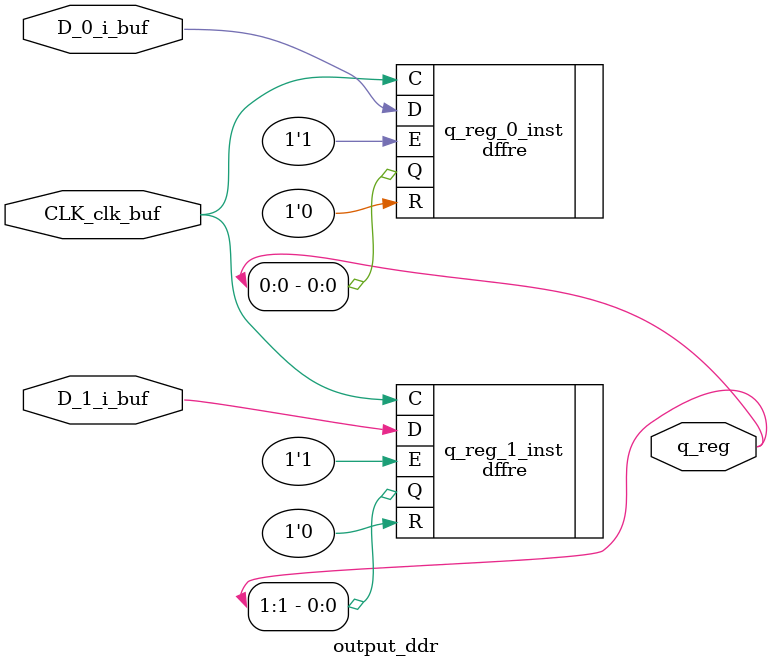
<source format=v>

`timescale 1ns/1ps
module output_ddr (
    output [1:0] q_reg, 
    input D_0_i_buf, 
    input D_1_i_buf, 
    input CLK_clk_buf) ;
    (* src="output_ddr_rtl.v:6" *) wire D_0_i_buf ; 
    (* src="output_ddr_rtl.v:6" *) wire D_1_i_buf ; 
    (* src="output_ddr_rtl.v:7" *) wire CLK_i_buf ; 
    (* src="output_ddr_rtl.v:7" *) wire CLK_clk_buf ; 
    (* src="output_ddr_rtl.v:11" *) wire [1:0] q_reg ; 
    (* src="output_ddr_rtl.v:21" *) wire DDR_OUT_oddr_inst ; 
    (* src="output_ddr_rtl.v:14" *) dffre q_reg_0_inst (.D(D_0_i_buf), .R(1'b0), .E(1'b1), .C(CLK_clk_buf), .Q(q_reg[0])) ; 
    (* src="output_ddr_rtl.v:14" *) dffre q_reg_1_inst (.D(D_1_i_buf), .R(1'b0), .E(1'b1), .C(CLK_clk_buf), .Q(q_reg[1])) ; 
endmodule



</source>
